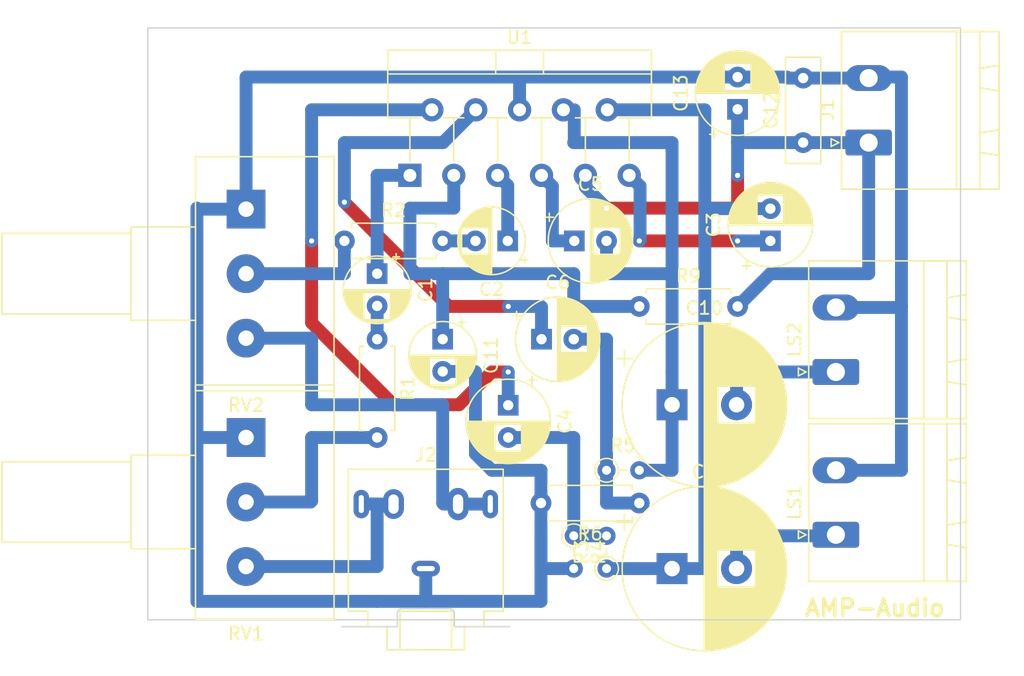
<source format=kicad_pcb>
(kicad_pcb (version 20240108) (generator "pcbnew") (generator_version "8.0")
  (layers (0 "F.Cu" signal) (31 "B.Cu" signal) (34 "B.Paste" user) (35 "F.Paste" user) (36 "B.SilkS" user "B.Silkscreen") (37 "F.SilkS" user "F.Silkscreen") (38 "B.Mask" user) (39 "F.Mask" user) (44 "Edge.Cuts" user))
  (net 0 "")
  (net 1 "Net-(U1A-+)")
  (net 2 "Net-(C1-Pad2)")
  (net 3 "Net-(U1B-+)")
  (net 4 "Net-(C2-Pad2)")
  (net 5 "Net-(U1A-BOOT)")
  (net 6 "Net-(U1A--)")
  (net 7 "Net-(C4-Pad2)")
  (net 8 "Net-(U1B-BOOT)")
  (net 9 "Net-(C10-Pad1)")
  (net 10 "Net-(U1B--)")
  (net 11 "Net-(C6-Pad2)")
  (net 12 "Net-(C9-Pad2)")
  (net 13 "Net-(C10-Pad2)")
  (net 14 "/TDA_V")
  (net 15 "GND")
  (net 16 "+12V")
  (net 17 "Net-(J2-PadR)")
  (net 18 "Net-(J2-PadT)")
  (net 19 "Net-(R1-Pad2)")
  (net 20 "Net-(R2-Pad1)")
  (net 21 "Net-(C3-Pad2)")
  (footprint "Potentiometer_THT:Potentiometer_Alps_RK163_Single_Horizontal" (layer "F.Cu") (at 54.22 51.34)
    (property "Reference" "RV2" (at 0 15.2 0) (layer "F.SilkS"))
    (property "Value" "100k")
    (pad "1" thru_hole rect (at 0 0 180) (size 3 3) (drill 1.2) (layers "*.Cu" "*.Mask") (net 15 "GND"))
    (pad "2" thru_hole circle (at 0 5 180) (size 3 3) (drill 1.2) (layers "*.Cu" "*.Mask") (net 20 "Net-(R2-Pad1)"))
    (pad "3" thru_hole circle (at 0 10 180) (size 3 3) (drill 1.2) (layers "*.Cu" "*.Mask") (net 18 "Net-(J2-PadT)"))
  )
  (footprint "Resistor_THT:R_Axial_DIN0204_L3.6mm_D1.6mm_P2.54mm_Vertical" (layer "F.Cu") (at 82.16 71.58)
    (property "Reference" "R5" (at 1.27 -1.92 0) (layer "F.SilkS"))
    (property "Value" "1.2k")
    (pad "1" thru_hole circle (at 0 0) (size 1.4 1.4) (drill 0.7) (layers "*.Cu" "*.Mask") (net 11 "Net-(C6-Pad2)"))
    (pad "2" thru_hole oval (at 2.54 0) (size 1.4 1.4) (drill 0.7) (layers "*.Cu" "*.Mask") (net 9 "Net-(C10-Pad1)"))
  )
  (footprint "Capacitor_THT:CP_Radial_D5.0mm_P2.50mm" (layer "F.Cu") (at 69.46 61.42 -90)
    (property "Reference" "C11" (at 1.25 -3.75 90) (layer "F.SilkS"))
    (property "Value" "10uF")
    (pad "1" thru_hole rect (at 0 0 270) (size 1.6 1.6) (drill 0.8) (layers "*.Cu" "*.Mask") (net 14 "/TDA_V"))
    (pad "2" thru_hole circle (at 2.5 0 270) (size 1.6 1.6) (drill 0.8) (layers "*.Cu" "*.Mask") (net 15 "GND"))
  )
  (footprint "Capacitor_THT:CP_Radial_D6.3mm_P2.50mm" (layer "F.Cu") (at 79.66 53.8)
    (property "Reference" "C5" (at 1.25 -4.4 0) (layer "F.SilkS"))
    (property "Value" "100uF")
    (pad "1" thru_hole rect (at 0 0) (size 1.6 1.6) (drill 0.8) (layers "*.Cu" "*.Mask") (net 8 "Net-(U1B-BOOT)"))
    (pad "2" thru_hole circle (at 2.5 0) (size 1.6 1.6) (drill 0.8) (layers "*.Cu" "*.Mask") (net 9 "Net-(C10-Pad1)"))
  )
  (footprint "Resistor_THT:R_Axial_DIN0204_L3.6mm_D1.6mm_P2.54mm_Vertical" (layer "F.Cu") (at 82.16 79.2 90)
    (property "Reference" "R3" (at 1.27 -1.92 90) (layer "F.SilkS"))
    (property "Value" "1.2k")
    (pad "1" thru_hole circle (at 0 0 90) (size 1.4 1.4) (drill 0.7) (layers "*.Cu" "*.Mask") (net 21 "Net-(C3-Pad2)"))
    (pad "2" thru_hole oval (at 2.54 0 90) (size 1.4 1.4) (drill 0.7) (layers "*.Cu" "*.Mask") (net 7 "Net-(C4-Pad2)"))
  )
  (footprint "Capacitor_THT:C_Disc_D8.0mm_W2.5mm_P5.00mm" (layer "F.Cu") (at 97.4 46.18 90)
    (property "Reference" "C12" (at 2.5 -2.5 90) (layer "F.SilkS"))
    (property "Value" "0.1uF")
    (pad "1" thru_hole circle (at 0 0 90) (size 1.6 1.6) (drill 0.8) (layers "*.Cu" "*.Mask") (net 16 "+12V"))
    (pad "2" thru_hole circle (at 5 0 90) (size 1.6 1.6) (drill 0.8) (layers "*.Cu" "*.Mask") (net 15 "GND"))
  )
  (footprint "Connector_Phoenix_MSTB:PhoenixContact_MSTBA_2,5_2-G_1x02_P5.00mm_Horizontal" (layer "F.Cu") (at 99.94 76.58 90)
    (property "Reference" "LS1" (at 2.5 -3.2 90) (layer "F.SilkS"))
    (property "Value" "Speaker")
    (pad "1" thru_hole roundrect (at 0 0 90) (size 2 3.6) (drill 1.4) (layers "*.Cu" "*.Mask") (roundrect_rratio 0.125) (net 12 "Net-(C9-Pad2)"))
    (pad "2" thru_hole oval (at 5 0 90) (size 2 3.6) (drill 1.4) (layers "*.Cu" "*.Mask") (net 15 "GND"))
  )
  (footprint "Resistor_THT:R_Axial_DIN0207_L6.3mm_D2.5mm_P7.62mm_Horizontal" (layer "F.Cu") (at 84.7 58.88)
    (property "Reference" "R9" (at 3.81 -2.37 0) (layer "F.SilkS"))
    (property "Value" "120k")
    (pad "1" thru_hole circle (at 0 0) (size 1.6 1.6) (drill 0.8) (layers "*.Cu" "*.Mask") (net 14 "/TDA_V"))
    (pad "2" thru_hole oval (at 7.62 0) (size 1.6 1.6) (drill 0.8) (layers "*.Cu" "*.Mask") (net 16 "+12V"))
  )
  (footprint "Connector_Phoenix_MSTB:PhoenixContact_MSTBA_2,5_2-G_1x02_P5.00mm_Horizontal" (layer "F.Cu") (at 99.94 63.96 90)
    (property "Reference" "LS2" (at 2.5 -3.2 90) (layer "F.SilkS"))
    (property "Value" "Speaker")
    (pad "1" thru_hole roundrect (at 0 0 90) (size 2 3.6) (drill 1.4) (layers "*.Cu" "*.Mask") (roundrect_rratio 0.125) (net 13 "Net-(C10-Pad2)"))
    (pad "2" thru_hole oval (at 5 0 90) (size 2 3.6) (drill 1.4) (layers "*.Cu" "*.Mask") (net 15 "GND"))
  )
  (footprint "Capacitor_THT:CP_Radial_D5.0mm_P2.50mm" (layer "F.Cu") (at 64.38 56.34 -90)
    (property "Reference" "C1" (at 1.25 -3.75 90) (layer "F.SilkS"))
    (property "Value" "2.2uF")
    (pad "1" thru_hole rect (at 0 0 270) (size 1.6 1.6) (drill 0.8) (layers "*.Cu" "*.Mask") (net 1 "Net-(U1A-+)"))
    (pad "2" thru_hole circle (at 2.5 0 270) (size 1.6 1.6) (drill 0.8) (layers "*.Cu" "*.Mask") (net 2 "Net-(C1-Pad2)"))
  )
  (footprint "Capacitor_THT:CP_Radial_D5.0mm_P2.50mm" (layer "F.Cu") (at 74.5 53.8 180)
    (property "Reference" "C2" (at 1.25 -3.75 0) (layer "F.SilkS"))
    (property "Value" "2.2uF")
    (pad "1" thru_hole rect (at 0 0 180) (size 1.6 1.6) (drill 0.8) (layers "*.Cu" "*.Mask") (net 3 "Net-(U1B-+)"))
    (pad "2" thru_hole circle (at 2.5 0 180) (size 1.6 1.6) (drill 0.8) (layers "*.Cu" "*.Mask") (net 4 "Net-(C2-Pad2)"))
  )
  (footprint "Resistor_THT:R_Axial_DIN0207_L6.3mm_D2.5mm_P7.62mm_Horizontal" (layer "F.Cu") (at 84.7 74.12 180)
    (property "Reference" "R6" (at 3.81 -2.37 0) (layer "F.SilkS"))
    (property "Value" "100")
    (pad "1" thru_hole circle (at 0 0 180) (size 1.6 1.6) (drill 0.8) (layers "*.Cu" "*.Mask") (net 11 "Net-(C6-Pad2)"))
    (pad "2" thru_hole oval (at 7.62 0 180) (size 1.6 1.6) (drill 0.8) (layers "*.Cu" "*.Mask") (net 15 "GND"))
  )
  (footprint "Resistor_THT:R_Axial_DIN0207_L6.3mm_D2.5mm_P7.62mm_Horizontal" (layer "F.Cu") (at 61.84 53.8)
    (property "Reference" "R2" (at 3.81 -2.37 0) (layer "F.SilkS"))
    (property "Value" "1k")
    (pad "1" thru_hole circle (at 0 0) (size 1.6 1.6) (drill 0.8) (layers "*.Cu" "*.Mask") (net 20 "Net-(R2-Pad1)"))
    (pad "2" thru_hole oval (at 7.62 0) (size 1.6 1.6) (drill 0.8) (layers "*.Cu" "*.Mask") (net 4 "Net-(C2-Pad2)"))
  )
  (footprint "Resistor_THT:R_Axial_DIN0204_L3.6mm_D1.6mm_P2.54mm_Vertical" (layer "F.Cu") (at 79.62 76.66 -90)
    (property "Reference" "R4" (at 1.27 -1.92 90) (layer "F.SilkS"))
    (property "Value" "100")
    (pad "1" thru_hole circle (at 0 0 270) (size 1.4 1.4) (drill 0.7) (layers "*.Cu" "*.Mask") (net 7 "Net-(C4-Pad2)"))
    (pad "2" thru_hole oval (at 2.54 0 270) (size 1.4 1.4) (drill 0.7) (layers "*.Cu" "*.Mask") (net 15 "GND"))
  )
  (footprint "Connector_Audio:Jack_3.5mm_CUI_SJ1-3525N_Horizontal" (layer "F.Cu") (at 68.15 79.2)
    (property "Reference" "J2" (at 0 -8.8 0) (layer "F.SilkS"))
    (property "Value" "AudioJack3_SwitchTR")
    (fp_line (start -2.2 3.5) (end -2.2 4.5) (stroke (width 0.12)) (layer "Edge.Cuts"))
    (fp_line (start -2.2 4.5) (end -6.5 4.5) (stroke (width 0.12)) (layer "Edge.Cuts"))
    (fp_line (start 1.8 3.1) (end -1.8 3.1) (stroke (width 0.12)) (layer "Edge.Cuts"))
    (fp_line (start 2.2 3.5) (end 2.2 4.5) (stroke (width 0.12)) (layer "Edge.Cuts"))
    (fp_line (start 2.2 4.5) (end 6.5 4.5) (stroke (width 0.12)) (layer "Edge.Cuts"))
    (fp_arc (start -2.2 3.5) (mid -2.082842 3.217158) (end -1.8 3.1) (stroke (width 0.12)) (layer "Edge.Cuts"))
    (fp_arc (start 1.8 3.1) (mid 2.082843 3.217157) (end 2.2 3.5) (stroke (width 0.12)) (layer "Edge.Cuts"))
    (pad "R" thru_hole oval (at -5 -5) (size 1.2 2.2) (drill oval 0.4 1.4) (layers "*.Cu" "*.Mask") (net 17 "Net-(J2-PadR)"))
    (pad "RN" thru_hole oval (at -2.5 -5) (size 1.6 2.3) (drill oval 0.8 1.5) (layers "*.Cu" "*.Mask") (net 17 "Net-(J2-PadR)"))
    (pad "S" thru_hole oval (at 0 0) (size 2.2 1.2) (drill oval 1.4 0.4) (layers "*.Cu" "*.Mask") (net 15 "GND"))
    (pad "T" thru_hole oval (at 5 -5 180) (size 1.2 2.2) (drill oval 0.4 1.4) (layers "*.Cu" "*.Mask") (net 18 "Net-(J2-PadT)"))
    (pad "TN" thru_hole oval (at 2.5 -5 180) (size 1.6 2.5) (drill oval 0.8 1.5) (layers "*.Cu" "*.Mask") (net 18 "Net-(J2-PadT)"))
  )
  (footprint "Capacitor_THT:CP_Radial_D6.3mm_P2.50mm" (layer "F.Cu") (at 94.86 53.8 90)
    (property "Reference" "C3" (at 1.25 -4.4 90) (layer "F.SilkS"))
    (property "Value" "100uF")
    (pad "1" thru_hole rect (at 0 0 90) (size 1.6 1.6) (drill 0.8) (layers "*.Cu" "*.Mask") (net 5 "Net-(U1A-BOOT)"))
    (pad "2" thru_hole circle (at 2.5 0 90) (size 1.6 1.6) (drill 0.8) (layers "*.Cu" "*.Mask") (net 21 "Net-(C3-Pad2)"))
  )
  (footprint "Package_TO_SOT_THT:TO-220-11_P3.4x5.08mm_StaggerOdd_Lead4.85mm_Vertical" (layer "F.Cu") (at 66.92 48.72)
    (property "Reference" "U1" (at 8.5 -10.7 0) (layer "F.SilkS"))
    (property "Value" "TDA2005")
    (pad "1" thru_hole rect (at 0 0) (size 1.8 1.8) (drill 1) (layers "*.Cu" "*.Mask") (net 1 "Net-(U1A-+)"))
    (pad "2" thru_hole oval (at 1.7 -5.08) (size 1.8 1.8) (drill 1) (layers "*.Cu" "*.Mask") (net 6 "Net-(U1A--)"))
    (pad "3" thru_hole oval (at 3.4 0) (size 1.8 1.8) (drill 1) (layers "*.Cu" "*.Mask") (net 14 "/TDA_V"))
    (pad "4" thru_hole oval (at 5.1 -5.08) (size 1.8 1.8) (drill 1) (layers "*.Cu" "*.Mask") (net 10 "Net-(U1B--)"))
    (pad "5" thru_hole oval (at 6.8 0) (size 1.8 1.8) (drill 1) (layers "*.Cu" "*.Mask") (net 3 "Net-(U1B-+)"))
    (pad "6" thru_hole oval (at 8.5 -5.08) (size 1.8 1.8) (drill 1) (layers "*.Cu" "*.Mask") (net 15 "GND"))
    (pad "7" thru_hole oval (at 10.2 0) (size 1.8 1.8) (drill 1) (layers "*.Cu" "*.Mask") (net 8 "Net-(U1B-BOOT)"))
    (pad "8" thru_hole oval (at 11.9 -5.08) (size 1.8 1.8) (drill 1) (layers "*.Cu" "*.Mask") (net 9 "Net-(C10-Pad1)"))
    (pad "9" thru_hole oval (at 13.6 0) (size 1.8 1.8) (drill 1) (layers "*.Cu" "*.Mask") (net 16 "+12V"))
    (pad "10" thru_hole oval (at 15.3 -5.08) (size 1.8 1.8) (drill 1) (layers "*.Cu" "*.Mask") (net 21 "Net-(C3-Pad2)"))
    (pad "11" thru_hole oval (at 17 0) (size 1.8 1.8) (drill 1) (layers "*.Cu" "*.Mask") (net 5 "Net-(U1A-BOOT)"))
  )
  (footprint "Capacitor_THT:CP_Radial_D12.5mm_P5.00mm" (layer "F.Cu") (at 87.24 79.2)
    (property "Reference" "C9" (at 2.5 -7.5 0) (layer "F.SilkS"))
    (property "Value" "2200uF")
    (pad "1" thru_hole rect (at 0 0) (size 2.4 2.4) (drill 1.2) (layers "*.Cu" "*.Mask") (net 21 "Net-(C3-Pad2)"))
    (pad "2" thru_hole circle (at 5 0) (size 2.4 2.4) (drill 1.2) (layers "*.Cu" "*.Mask") (net 12 "Net-(C9-Pad2)"))
  )
  (footprint "Potentiometer_THT:Potentiometer_Alps_RK163_Single_Horizontal" (layer "F.Cu") (at 54.22 69.04)
    (property "Reference" "RV1" (at 0 15.2 0) (layer "F.SilkS"))
    (property "Value" "100k")
    (pad "1" thru_hole rect (at 0 0 180) (size 3 3) (drill 1.2) (layers "*.Cu" "*.Mask") (net 15 "GND"))
    (pad "2" thru_hole circle (at 0 5 180) (size 3 3) (drill 1.2) (layers "*.Cu" "*.Mask") (net 19 "Net-(R1-Pad2)"))
    (pad "3" thru_hole circle (at 0 10 180) (size 3 3) (drill 1.2) (layers "*.Cu" "*.Mask") (net 17 "Net-(J2-PadR)"))
  )
  (footprint "Capacitor_THT:CP_Radial_D12.5mm_P5.00mm" (layer "F.Cu") (at 87.24 66.5)
    (property "Reference" "C10" (at 2.5 -7.5 0) (layer "F.SilkS"))
    (property "Value" "2200uF")
    (pad "1" thru_hole rect (at 0 0) (size 2.4 2.4) (drill 1.2) (layers "*.Cu" "*.Mask") (net 9 "Net-(C10-Pad1)"))
    (pad "2" thru_hole circle (at 5 0) (size 2.4 2.4) (drill 1.2) (layers "*.Cu" "*.Mask") (net 13 "Net-(C10-Pad2)"))
  )
  (footprint "Resistor_THT:R_Axial_DIN0207_L6.3mm_D2.5mm_P7.62mm_Horizontal" (layer "F.Cu") (at 64.38 61.42 -90)
    (property "Reference" "R1" (at 3.81 -2.37 90) (layer "F.SilkS"))
    (property "Value" "1k")
    (pad "1" thru_hole circle (at 0 0 270) (size 1.6 1.6) (drill 0.8) (layers "*.Cu" "*.Mask") (net 2 "Net-(C1-Pad2)"))
    (pad "2" thru_hole oval (at 7.62 0 270) (size 1.6 1.6) (drill 0.8) (layers "*.Cu" "*.Mask") (net 19 "Net-(R1-Pad2)"))
  )
  (footprint "Capacitor_THT:CP_Radial_D6.3mm_P2.50mm" (layer "F.Cu") (at 92.32 43.6 90)
    (property "Reference" "C13" (at 1.25 -4.4 90) (layer "F.SilkS"))
    (property "Value" "100uF/25V")
    (pad "1" thru_hole rect (at 0 0 90) (size 1.6 1.6) (drill 0.8) (layers "*.Cu" "*.Mask") (net 16 "+12V"))
    (pad "2" thru_hole circle (at 2.5 0 90) (size 1.6 1.6) (drill 0.8) (layers "*.Cu" "*.Mask") (net 15 "GND"))
  )
  (footprint "Connector_Phoenix_MSTB:PhoenixContact_MSTBA_2,5_2-G_1x02_P5.00mm_Horizontal" (layer "F.Cu") (at 102.48 46.18 90)
    (property "Reference" "J1" (at 2.54 -3.2 90) (layer "F.SilkS"))
    (property "Value" "Screw_Terminal_01x02")
    (pad "1" thru_hole roundrect (at 0 0 90) (size 2 3.6) (drill 1.4) (layers "*.Cu" "*.Mask") (roundrect_rratio 0.125) (net 16 "+12V"))
    (pad "2" thru_hole oval (at 5 0 90) (size 2 3.6) (drill 1.4) (layers "*.Cu" "*.Mask") (net 15 "GND"))
  )
  (footprint "Capacitor_THT:CP_Radial_D6.3mm_P2.50mm" (layer "F.Cu") (at 74.54 66.54 -90)
    (property "Reference" "C4" (at 1.25 -4.4 90) (layer "F.SilkS"))
    (property "Value" "220uF")
    (pad "1" thru_hole rect (at 0 0 270) (size 1.6 1.6) (drill 0.8) (layers "*.Cu" "*.Mask") (net 6 "Net-(U1A--)"))
    (pad "2" thru_hole circle (at 2.5 0 270) (size 1.6 1.6) (drill 0.8) (layers "*.Cu" "*.Mask") (net 7 "Net-(C4-Pad2)"))
  )
  (footprint "Capacitor_THT:CP_Radial_D6.3mm_P2.50mm" (layer "F.Cu") (at 77.12 61.42)
    (property "Reference" "C6" (at 1.25 -4.4 0) (layer "F.SilkS"))
    (property "Value" "220uF")
    (pad "1" thru_hole rect (at 0 0) (size 1.6 1.6) (drill 0.8) (layers "*.Cu" "*.Mask") (net 10 "Net-(U1B--)"))
    (pad "2" thru_hole circle (at 2.5 0) (size 1.6 1.6) (drill 0.8) (layers "*.Cu" "*.Mask") (net 11 "Net-(C6-Pad2)"))
  )
  (gr_rect (start 46.6 37.29) (end 109.6 83.175) (stroke (width 0.1)) (fill none) (layer "Edge.Cuts"))
  (gr_text "AMP-Audio" (at 97.4 83.01 0) (layer "F.SilkS") (effects (font (size 1.3 1.3) (thickness 0.26) (bold yes)) (justify left bottom)))
  (segment (start 64.38 48.72) (end 66.92 48.72) (width 1) (layer "B.Cu") (net 1))
  (segment (start 64.38 56.38) (end 64.38 48.72) (width 1) (layer "B.Cu") (net 1))
  (segment (start 64.38 58.84) (end 64.38 61.42) (width 1) (layer "B.Cu") (net 2))
  (segment (start 74.5 49.5) (end 73.72 48.72) (width 1) (layer "B.Cu") (net 3))
  (segment (start 74.5 53.8) (end 74.5 49.5) (width 1) (layer "B.Cu") (net 3))
  (segment (start 69.46 53.8) (end 72 53.8) (width 1) (layer "B.Cu") (net 4))
  (segment (start 92.32 53.8) (end 84.7 53.8) (width 1) (layer "F.Cu") (net 5))
  (via (at 84.7 53.8) (size 0.8) (drill 0.4) (layers "F.Cu" "B.Cu") (net 5))
  (via (at 92.32 53.8) (size 0.8) (drill 0.4) (layers "F.Cu" "B.Cu") (net 5))
  (segment (start 94.86 53.8) (end 92.32 53.8) (width 1) (layer "B.Cu") (net 5))
  (segment (start 84.76 49.56) (end 83.92 48.72) (width 1) (layer "B.Cu") (net 5))
  (segment (start 84.7 53.8) (end 84.76 53.74) (width 1) (layer "B.Cu") (net 5))
  (segment (start 84.76 53.74) (end 84.76 49.56) (width 1) (layer "B.Cu") (net 5))
  (segment (start 70.73 66.5) (end 73.27 63.96) (width 1) (layer "F.Cu") (net 6))
  (segment (start 65.65 66.5) (end 70.73 66.5) (width 1) (layer "F.Cu") (net 6))
  (segment (start 73.27 63.96) (end 74.54 63.96) (width 1) (layer "F.Cu") (net 6))
  (segment (start 59.3 60.15) (end 65.65 66.5) (width 1) (layer "F.Cu") (net 6))
  (segment (start 59.3 53.8) (end 59.3 60.15) (width 1) (layer "F.Cu") (net 6))
  (via (at 59.3 53.8) (size 0.8) (drill 0.4) (layers "F.Cu" "B.Cu") (net 6))
  (via (at 74.54 63.96) (size 0.8) (drill 0.4) (layers "F.Cu" "B.Cu") (net 6))
  (segment (start 68.62 43.64) (end 59.3 43.64) (width 1) (layer "B.Cu") (net 6))
  (segment (start 74.54 63.96) (end 74.54 66.54) (width 1) (layer "B.Cu") (net 6))
  (segment (start 59.3 43.64) (end 59.3 53.8) (width 1) (layer "B.Cu") (net 6))
  (segment (start 74.54 69.04) (end 79.62 69.04) (width 1) (layer "B.Cu") (net 7))
  (segment (start 79.62 69.04) (end 79.62 76.66) (width 1) (layer "B.Cu") (net 7))
  (segment (start 82.16 76.66) (end 79.62 76.66) (width 1) (layer "B.Cu") (net 7))
  (segment (start 79.66 53.8) (end 77.96 53.8) (width 1) (layer "B.Cu") (net 8))
  (segment (start 77.96 49.56) (end 77.12 48.72) (width 1) (layer "B.Cu") (net 8))
  (segment (start 77.96 53.8) (end 77.96 49.56) (width 1) (layer "B.Cu") (net 8))
  (segment (start 82.16 56.34) (end 87.24 56.34) (width 1) (layer "B.Cu") (net 9))
  (segment (start 79.62 46.18) (end 87.24 46.18) (width 1) (layer "B.Cu") (net 9))
  (segment (start 87.24 71.58) (end 87.24 66.5) (width 1) (layer "B.Cu") (net 9))
  (segment (start 87.24 46.18) (end 87.24 56.34) (width 1) (layer "B.Cu") (net 9))
  (segment (start 82.16 53.8) (end 82.16 56.34) (width 1) (layer "B.Cu") (net 9))
  (segment (start 87.24 56.34) (end 87.24 63.96) (width 1) (layer "B.Cu") (net 9))
  (segment (start 79.66 46.14) (end 79.62 46.18) (width 1) (layer "B.Cu") (net 9))
  (segment (start 84.7 71.58) (end 87.24 71.58) (width 1) (layer "B.Cu") (net 9))
  (segment (start 79.66 43.64) (end 79.66 46.14) (width 1) (layer "B.Cu") (net 9))
  (segment (start 87.24 63.96) (end 87.24 66.5) (width 1) (layer "B.Cu") (net 9))
  (segment (start 61.84 50.8) (end 69.92 58.88) (width 1) (layer "F.Cu") (net 10))
  (segment (start 69.92 58.88) (end 74.54 58.88) (width 1) (layer "F.Cu") (net 10))
  (via (at 61.84 50.8) (size 0.8) (drill 0.4) (layers "F.Cu" "B.Cu") (net 10))
  (via (at 74.54 58.88) (size 0.8) (drill 0.4) (layers "F.Cu" "B.Cu") (net 10))
  (segment (start 77.08 58.88) (end 74.54 58.88) (width 1) (layer "B.Cu") (net 10))
  (segment (start 69.48 46.18) (end 72.02 43.64) (width 1) (layer "B.Cu") (net 10))
  (segment (start 77.08 61.42) (end 77.04 61.38) (width 1) (layer "B.Cu") (net 10))
  (segment (start 61.84 50.8) (end 61.84 46.18) (width 1) (layer "B.Cu") (net 10))
  (segment (start 77.12 58.92) (end 77.08 58.88) (width 1) (layer "B.Cu") (net 10))
  (segment (start 77.12 61.42) (end 77.12 58.92) (width 1) (layer "B.Cu") (net 10))
  (segment (start 61.84 46.18) (end 69.48 46.18) (width 1) (layer "B.Cu") (net 10))
  (segment (start 84.7 74.12) (end 82.16 74.12) (width 1) (layer "B.Cu") (net 11))
  (segment (start 82.16 74.12) (end 82.16 71.58) (width 1) (layer "B.Cu") (net 11))
  (segment (start 82.16 61.42) (end 79.58 61.42) (width 1) (layer "B.Cu") (net 11))
  (segment (start 82.16 71.58) (end 82.16 61.42) (width 1) (layer "B.Cu") (net 11))
  (segment (start 92.24 79.2) (end 92.24 76.66) (width 1) (layer "B.Cu") (net 12))
  (segment (start 92.24 76.66) (end 99.86 76.66) (width 1) (layer "B.Cu") (net 12))
  (segment (start 99.86 76.66) (end 99.94 76.58) (width 1) (layer "B.Cu") (net 12))
  (segment (start 92.32 63.96) (end 99.86 63.96) (width 1) (layer "B.Cu") (net 13))
  (segment (start 99.9 64) (end 99.98 63.92) (width 1) (layer "B.Cu") (net 13))
  (segment (start 92.24 64.04) (end 92.32 63.96) (width 1) (layer "B.Cu") (net 13))
  (segment (start 92.24 66.5) (end 92.24 64.04) (width 1) (layer "B.Cu") (net 13))
  (segment (start 92.24 63.96) (end 92.32 63.96) (width 1) (layer "B.Cu") (net 13))
  (segment (start 79.62 58.88) (end 84.7 58.88) (width 1) (layer "B.Cu") (net 14))
  (segment (start 69.46 61.42) (end 69.46 56.34) (width 1) (layer "B.Cu") (net 14))
  (segment (start 66.92 56.34) (end 66.92 51.26) (width 1) (layer "B.Cu") (net 14))
  (segment (start 66.92 51.26) (end 70.32 51.26) (width 1) (layer "B.Cu") (net 14))
  (segment (start 70.32 51.26) (end 70.32 48.72) (width 1) (layer "B.Cu") (net 14))
  (segment (start 69.46 56.34) (end 79.62 56.34) (width 1) (layer "B.Cu") (net 14))
  (segment (start 79.62 56.34) (end 79.62 58.88) (width 1) (layer "B.Cu") (net 14))
  (segment (start 69.46 56.34) (end 66.92 56.34) (width 1) (layer "B.Cu") (net 14))
  (segment (start 69.46 63.92) (end 71.96 63.92) (width 1) (layer "B.Cu") (net 15))
  (segment (start 50.49 51.34) (end 50.41 51.26) (width 1) (layer "B.Cu") (net 15))
  (segment (start 54.22 41.1) (end 54.22 51.34) (width 1) (layer "B.Cu") (net 15))
  (segment (start 73.27 71.58) (end 77.08 71.58) (width 1) (layer "B.Cu") (net 15))
  (segment (start 105.02 71.58) (end 105.02 58.88) (width 1) (layer "B.Cu") (net 15))
  (segment (start 77.08 76.66) (end 77.08 81.74) (width 1) (layer "B.Cu") (net 15))
  (segment (start 77.08 41.1) (end 54.22 41.1) (width 1) (layer "B.Cu") (net 15))
  (segment (start 96.13 41.1) (end 96.21 41.18) (width 1) (layer "B.Cu") (net 15))
  (segment (start 75.42 43.64) (end 75.42 41.1) (width 1) (layer "B.Cu") (net 15))
  (segment (start 102.56 41.1) (end 102.48 41.18) (width 1) (layer "B.Cu") (net 15))
  (segment (start 72 70.31) (end 73.27 71.58) (width 1) (layer "B.Cu") (net 15))
  (segment (start 50.41 51.26) (end 50.41 69.04) (width 1) (layer "B.Cu") (net 15))
  (segment (start 77.08 79.2) (end 77.08 76.66) (width 1) (layer "B.Cu") (net 15))
  (segment (start 102.48 41.18) (end 97.4 41.18) (width 1) (layer "B.Cu") (net 15))
  (segment (start 77.08 41.1) (end 96.13 41.1) (width 1) (layer "B.Cu") (net 15))
  (segment (start 99.94 71.58) (end 105.02 71.58) (width 1) (layer "B.Cu") (net 15))
  (segment (start 68.19 81.74) (end 64.38 81.74) (width 1) (layer "B.Cu") (net 15))
  (segment (start 75.42 41.1) (end 77.08 41.1) (width 1) (layer "B.Cu") (net 15))
  (segment (start 68.15 81.7) (end 68.19 81.74) (width 1) (layer "B.Cu") (net 15))
  (segment (start 77.08 74.12) (end 77.08 76.66) (width 1) (layer "B.Cu") (net 15))
  (segment (start 68.15 79.2) (end 68.15 81.7) (width 1) (layer "B.Cu") (net 15))
  (segment (start 96.21 41.18) (end 97.4 41.18) (width 1) (layer "B.Cu") (net 15))
  (segment (start 77.08 71.58) (end 77.08 74.12) (width 1) (layer "B.Cu") (net 15))
  (segment (start 50.41 69.04) (end 50.41 81.74) (width 1) (layer "B.Cu") (net 15))
  (segment (start 105.02 41.1) (end 102.56 41.1) (width 1) (layer "B.Cu") (net 15))
  (segment (start 50.41 69.04) (end 54.22 69.04) (width 1) (layer "B.Cu") (net 15))
  (segment (start 105.02 58.88) (end 105.02 41.1) (width 1) (layer "B.Cu") (net 15))
  (segment (start 104.94 58.96) (end 105.02 58.88) (width 1) (layer "B.Cu") (net 15))
  (segment (start 54.22 51.34) (end 50.49 51.34) (width 1) (layer "B.Cu") (net 15))
  (segment (start 72 63.96) (end 72 70.31) (width 1) (layer "B.Cu") (net 15))
  (segment (start 77.08 81.74) (end 68.19 81.74) (width 1) (layer "B.Cu") (net 15))
  (segment (start 79.62 79.2) (end 77.08 79.2) (width 1) (layer "B.Cu") (net 15))
  (segment (start 99.94 58.96) (end 104.94 58.96) (width 1) (layer "B.Cu") (net 15))
  (segment (start 50.41 81.74) (end 64.38 81.74) (width 1) (layer "B.Cu") (net 15))
  (segment (start 71.96 63.92) (end 72 63.96) (width 1) (layer "B.Cu") (net 15))
  (segment (start 82.16 51.26) (end 92.32 51.26) (width 1) (layer "F.Cu") (net 16))
  (segment (start 92.32 51.26) (end 92.32 48.72) (width 1) (layer "F.Cu") (net 16))
  (via (at 92.32 48.72) (size 0.8) (drill 0.4) (layers "F.Cu" "B.Cu") (net 16))
  (via (at 82.16 51.26) (size 0.8) (drill 0.4) (layers "F.Cu" "B.Cu") (net 16))
  (segment (start 92.32 46.18) (end 97.4 46.18) (width 1) (layer "B.Cu") (net 16))
  (segment (start 92.32 43.6) (end 92.32 46.18) (width 1) (layer "B.Cu") (net 16))
  (segment (start 102.48 56.34) (end 102.48 46.18) (width 1) (layer "B.Cu") (net 16))
  (segment (start 92.32 58.88) (end 94.86 56.34) (width 1) (layer "B.Cu") (net 16))
  (segment (start 80.52 48.72) (end 80.52 49.62) (width 1) (layer "B.Cu") (net 16))
  (segment (start 102.48 46.18) (end 97.4 46.18) (width 1) (layer "B.Cu") (net 16))
  (segment (start 94.86 56.34) (end 102.48 56.34) (width 1) (layer "B.Cu") (net 16))
  (segment (start 80.52 49.62) (end 82.16 51.26) (width 1) (layer "B.Cu") (net 16))
  (segment (start 92.32 46.18) (end 92.32 48.72) (width 1) (layer "B.Cu") (net 16))
  (segment (start 54.22 79.04) (end 64.38 79.04) (width 1) (layer "B.Cu") (net 17))
  (segment (start 64.38 79.04) (end 64.38 74.2) (width 1) (layer "B.Cu") (net 17))
  (segment (start 65.65 74.2) (end 63.15 74.2) (width 1) (layer "B.Cu") (net 17))
  (segment (start 64.38 74.2) (end 63.15 74.2) (width 1) (layer "B.Cu") (net 17))
  (segment (start 69.46 74.12) (end 69.46 66.5) (width 1) (layer "B.Cu") (net 18))
  (segment (start 69.46 66.5) (end 59.3 66.5) (width 1) (layer "B.Cu") (net 18))
  (segment (start 69.54 74.2) (end 69.46 74.12) (width 1) (layer "B.Cu") (net 18))
  (segment (start 59.22 61.34) (end 54.22 61.34) (width 1) (layer "B.Cu") (net 18))
  (segment (start 70.65 74.2) (end 69.54 74.2) (width 1) (layer "B.Cu") (net 18))
  (segment (start 59.3 61.42) (end 59.22 61.34) (width 1) (layer "B.Cu") (net 18))
  (segment (start 70.65 74.2) (end 73.15 74.2) (width 1) (layer "B.Cu") (net 18))
  (segment (start 59.3 66.5) (end 59.3 61.42) (width 1) (layer "B.Cu") (net 18))
  (segment (start 59.3 73.96) (end 59.22 74.04) (width 1) (layer "B.Cu") (net 19))
  (segment (start 59.22 74.04) (end 54.22 74.04) (width 1) (layer "B.Cu") (net 19))
  (segment (start 64.38 69.04) (end 59.3 69.04) (width 1) (layer "B.Cu") (net 19))
  (segment (start 59.3 69.04) (end 59.3 73.96) (width 1) (layer "B.Cu") (net 19))
  (segment (start 61.84 56.34) (end 54.22 56.34) (width 1) (layer "B.Cu") (net 20))
  (segment (start 61.84 53.8) (end 61.84 56.34) (width 1) (layer "B.Cu") (net 20))
  (segment (start 89.78 53.8) (end 89.78 76.66) (width 1) (layer "B.Cu") (net 21))
  (segment (start 89.78 43.64) (end 89.78 51.26) (width 1) (layer "B.Cu") (net 21))
  (segment (start 89.78 79.2) (end 87.24 79.2) (width 1) (layer "B.Cu") (net 21))
  (segment (start 94.86 51.3) (end 89.82 51.3) (width 1) (layer "B.Cu") (net 21))
  (segment (start 82.16 79.2) (end 87.24 79.2) (width 1) (layer "B.Cu") (net 21))
  (segment (start 89.82 51.3) (end 89.78 51.26) (width 1) (layer "B.Cu") (net 21))
  (segment (start 89.78 51.26) (end 89.78 53.8) (width 1) (layer "B.Cu") (net 21))
  (segment (start 94.82 51.26) (end 94.86 51.3) (width 1) (layer "B.Cu") (net 21))
  (segment (start 89.78 76.66) (end 89.78 79.2) (width 1) (layer "B.Cu") (net 21))
  (segment (start 83.06 43.64) (end 89.78 43.64) (width 1) (layer "B.Cu") (net 21))
)
</source>
